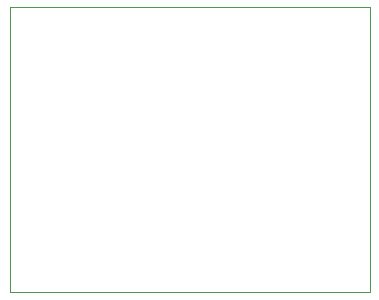
<source format=gbr>
G04 (created by PCBNEW (2013-jul-07)-stable) date Fri 27 Jan 2017 11:51:30 PM EST*
%MOIN*%
G04 Gerber Fmt 3.4, Leading zero omitted, Abs format*
%FSLAX34Y34*%
G01*
G70*
G90*
G04 APERTURE LIST*
%ADD10C,0.00590551*%
%ADD11C,0.00393701*%
G04 APERTURE END LIST*
G54D10*
G54D11*
X8300Y-14200D02*
X20300Y-14200D01*
X8300Y-4700D02*
X8300Y-14200D01*
X20300Y-4700D02*
X8300Y-4700D01*
X20300Y-4800D02*
X20300Y-4700D01*
X20300Y-14200D02*
X20300Y-4800D01*
M02*

</source>
